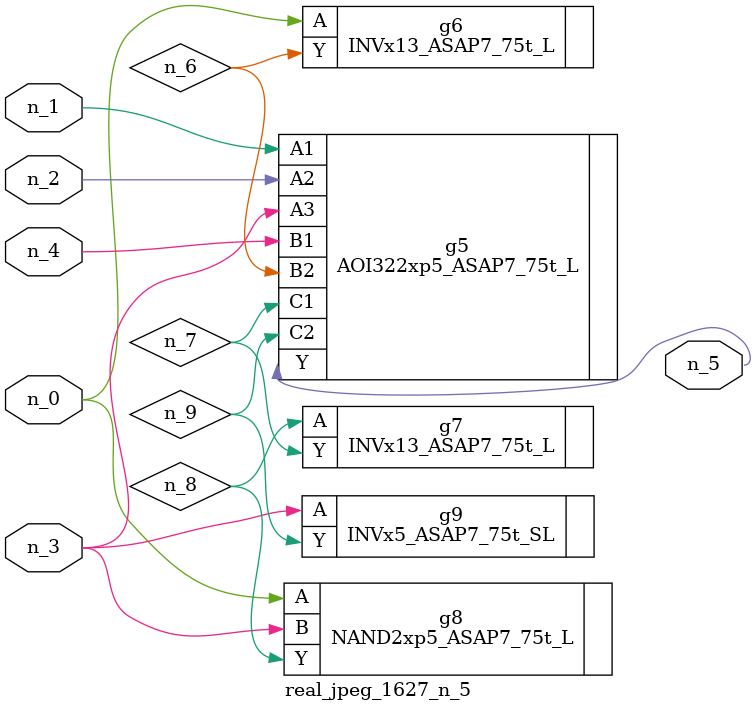
<source format=v>
module real_jpeg_1627_n_5 (n_4, n_0, n_1, n_2, n_3, n_5);

input n_4;
input n_0;
input n_1;
input n_2;
input n_3;

output n_5;

wire n_8;
wire n_6;
wire n_7;
wire n_9;

INVx13_ASAP7_75t_L g6 ( 
.A(n_0),
.Y(n_6)
);

NAND2xp5_ASAP7_75t_L g8 ( 
.A(n_0),
.B(n_3),
.Y(n_8)
);

AOI322xp5_ASAP7_75t_L g5 ( 
.A1(n_1),
.A2(n_2),
.A3(n_3),
.B1(n_4),
.B2(n_6),
.C1(n_7),
.C2(n_9),
.Y(n_5)
);

INVx5_ASAP7_75t_SL g9 ( 
.A(n_3),
.Y(n_9)
);

INVx13_ASAP7_75t_L g7 ( 
.A(n_8),
.Y(n_7)
);


endmodule
</source>
